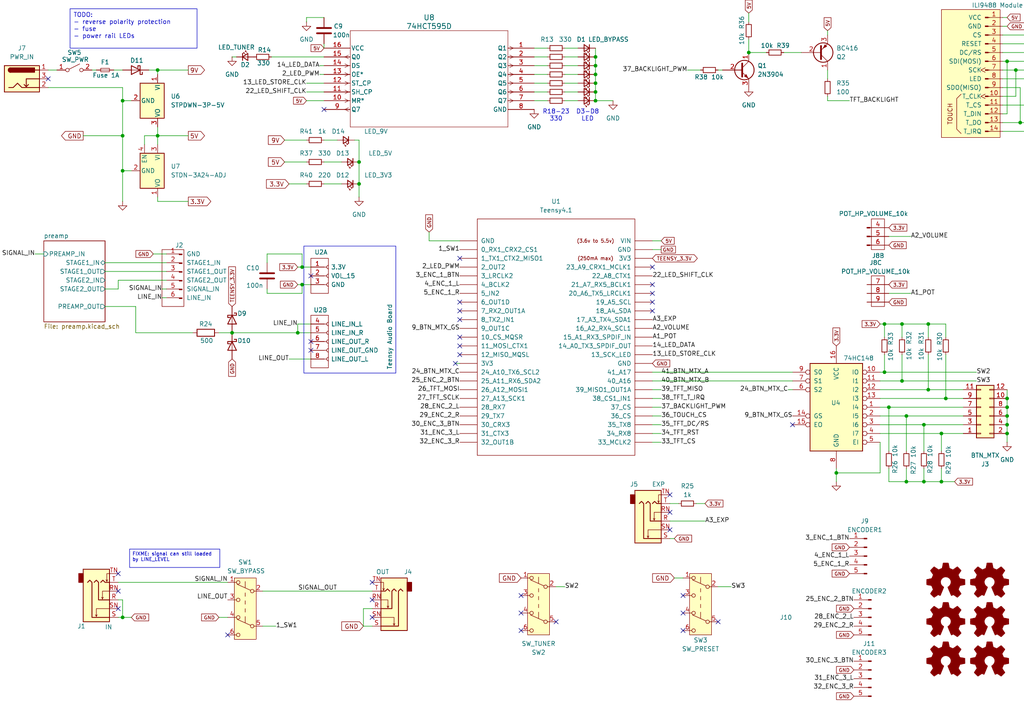
<source format=kicad_sch>
(kicad_sch (version 20231120) (generator "eeschema") (generator_version "8.0")
  (paper "A4")
  (junction (at 242.57 137.16))
  (junction (at 217.17 15.24))
  (junction (at 273.05 125.73))
  (junction (at 267.97 123.19))
  (junction (at 292.1 17.78))
  (junction (at 172.72 16.51))
  (junction (at 172.72 26.67))
  (junction (at 292.1 120.65))
  (junction (at 295.91 35.56))
  (junction (at 35.56 39.37))
  (junction (at 292.1 123.19))
  (junction (at 104.14 46.99))
  (junction (at 292.1 125.73))
  (junction (at 257.81 118.11))
  (junction (at 267.97 139.7))
  (junction (at 256.54 107.95))
  (junction (at 35.56 49.53))
  (junction (at 261.62 93.98))
  (junction (at 45.72 20.32))
  (junction (at 87.63 82.55))
  (junction (at 87.63 77.47))
  (junction (at 172.72 19.05))
  (junction (at 292.1 118.11))
  (junction (at 273.05 139.7))
  (junction (at 172.72 21.59))
  (junction (at 67.31 96.52))
  (junction (at 172.72 29.21))
  (junction (at 269.24 113.03))
  (junction (at 274.32 115.57))
  (junction (at 269.24 93.98))
  (junction (at 104.14 53.34))
  (junction (at 86.36 96.52))
  (junction (at 256.54 93.98))
  (junction (at 261.62 110.49))
  (junction (at 262.89 120.65))
  (junction (at 35.56 179.07))
  (junction (at 262.89 139.7))
  (junction (at 35.56 29.21))
  (junction (at 172.72 24.13))
  (junction (at 294.64 20.32))
  (junction (at 292.1 115.57))
  (junction (at 45.72 39.37))
  (no_connect (at 66.04 184.15))
  (no_connect (at 107.95 168.91))
  (no_connect (at 208.28 180.34))
  (no_connect (at 133.35 102.87))
  (no_connect (at 107.95 179.07))
  (no_connect (at 198.12 177.8))
  (no_connect (at 34.29 176.53))
  (no_connect (at 133.35 87.63))
  (no_connect (at 189.23 90.17))
  (no_connect (at 151.13 182.88))
  (no_connect (at 194.31 143.51))
  (no_connect (at 133.35 92.71))
  (no_connect (at 90.17 99.06))
  (no_connect (at 229.87 123.19))
  (no_connect (at 189.23 87.63))
  (no_connect (at 161.29 180.34))
  (no_connect (at 189.23 77.47))
  (no_connect (at 151.13 172.72))
  (no_connect (at 194.31 153.67))
  (no_connect (at 107.95 173.99))
  (no_connect (at 34.29 171.45))
  (no_connect (at 93.98 31.75))
  (no_connect (at 189.23 85.09))
  (no_connect (at 13.97 22.86))
  (no_connect (at 189.23 82.55))
  (no_connect (at 34.29 166.37))
  (no_connect (at 133.35 97.79))
  (no_connect (at 132.08 105.41))
  (no_connect (at 133.35 74.93))
  (no_connect (at 194.31 148.59))
  (no_connect (at 198.12 182.88))
  (no_connect (at 90.17 80.01))
  (no_connect (at 90.17 101.6))
  (no_connect (at 133.35 100.33))
  (no_connect (at 133.35 90.17))
  (no_connect (at 198.12 172.72))
  (no_connect (at 151.13 177.8))
  (wire (pts (xy 34.29 168.91) (xy 66.04 168.91)))
  (wire (pts (xy 86.36 93.98) (xy 90.17 93.98)))
  (wire (pts (xy 264.16 85.09) (xy 257.81 85.09)))
  (wire (pts (xy 34.29 81.28) (xy 48.26 81.28)))
  (wire (pts (xy 191.77 115.57) (xy 189.23 115.57)))
  (wire (pts (xy 88.9 5.08) (xy 93.98 5.08)))
  (wire (pts (xy 256.54 102.87) (xy 256.54 107.95)))
  (wire (pts (xy 274.32 97.79) (xy 274.32 93.98)))
  (wire (pts (xy 294.64 20.32) (xy 316.23 20.32)))
  (wire (pts (xy 43.18 20.32) (xy 45.72 20.32)))
  (wire (pts (xy 262.89 139.7) (xy 267.97 139.7)))
  (wire (pts (xy 102.87 40.64) (xy 104.14 40.64)))
  (wire (pts (xy 172.72 29.21) (xy 177.8 29.21)))
  (wire (pts (xy 295.91 25.4) (xy 295.91 35.56)))
  (wire (pts (xy 104.14 40.64) (xy 104.14 46.99)))
  (wire (pts (xy 194.31 146.05) (xy 196.85 146.05)))
  (wire (pts (xy 273.05 125.73) (xy 273.05 130.81)))
  (wire (pts (xy 208.28 20.32) (xy 209.55 20.32)))
  (wire (pts (xy 269.24 113.03) (xy 255.27 113.03)))
  (wire (pts (xy 35.56 29.21) (xy 38.1 29.21)))
  (wire (pts (xy 44.45 73.66) (xy 48.26 73.66)))
  (wire (pts (xy 299.72 10.16) (xy 290.83 10.16)))
  (wire (pts (xy 124.46 69.85) (xy 133.35 69.85)))
  (wire (pts (xy 86.36 93.98) (xy 86.36 96.52)))
  (wire (pts (xy 87.63 85.09) (xy 87.63 82.55)))
  (wire (pts (xy 39.37 88.9) (xy 30.48 88.9)))
  (wire (pts (xy 13.97 20.32) (xy 16.51 20.32)))
  (wire (pts (xy 274.32 93.98) (xy 269.24 93.98)))
  (wire (pts (xy 292.1 120.65) (xy 292.1 123.19)))
  (wire (pts (xy 163.83 21.59) (xy 167.64 21.59)))
  (wire (pts (xy 41.91 39.37) (xy 41.91 41.91)))
  (wire (pts (xy 12.7 73.66) (xy 10.16 73.66)))
  (wire (pts (xy 189.23 107.95) (xy 229.87 107.95)))
  (wire (pts (xy 88.9 26.67) (xy 93.98 26.67)))
  (wire (pts (xy 292.1 118.11) (xy 292.1 120.65)))
  (wire (pts (xy 255.27 120.65) (xy 262.89 120.65)))
  (wire (pts (xy 292.1 7.62) (xy 290.83 7.62)))
  (wire (pts (xy 77.47 73.66) (xy 77.47 76.2)))
  (wire (pts (xy 292.1 125.73) (xy 292.1 128.27)))
  (wire (pts (xy 290.83 17.78) (xy 292.1 17.78)))
  (wire (pts (xy 195.58 167.64) (xy 198.12 167.64)))
  (wire (pts (xy 240.03 22.86) (xy 240.03 20.32)))
  (wire (pts (xy 217.17 15.24) (xy 222.25 15.24)))
  (wire (pts (xy 78.74 16.51) (xy 93.98 16.51)))
  (wire (pts (xy 290.83 27.94) (xy 294.64 27.94)))
  (wire (pts (xy 41.91 39.37) (xy 45.72 39.37)))
  (wire (pts (xy 172.72 19.05) (xy 172.72 21.59)))
  (wire (pts (xy 299.72 38.1) (xy 290.83 38.1)))
  (wire (pts (xy 201.93 146.05) (xy 204.47 146.05)))
  (wire (pts (xy 63.5 96.52) (xy 67.31 96.52)))
  (wire (pts (xy 45.72 39.37) (xy 45.72 36.83)))
  (wire (pts (xy 191.77 125.73) (xy 189.23 125.73)))
  (wire (pts (xy 262.89 120.65) (xy 262.89 130.81)))
  (wire (pts (xy 212.09 170.18) (xy 208.28 170.18)))
  (wire (pts (xy 86.36 77.47) (xy 87.63 77.47)))
  (wire (pts (xy 54.61 39.37) (xy 45.72 39.37)))
  (wire (pts (xy 257.81 118.11) (xy 255.27 118.11)))
  (wire (pts (xy 92.71 21.59) (xy 93.98 21.59)))
  (wire (pts (xy 13.97 25.4) (xy 35.56 25.4)))
  (wire (pts (xy 257.81 68.58) (xy 264.16 68.58)))
  (wire (pts (xy 323.85 35.56) (xy 328.93 35.56)))
  (wire (pts (xy 104.14 53.34) (xy 104.14 57.15)))
  (wire (pts (xy 45.72 58.42) (xy 45.72 57.15)))
  (wire (pts (xy 80.01 181.61) (xy 76.2 181.61)))
  (wire (pts (xy 154.94 13.97) (xy 158.75 13.97)))
  (wire (pts (xy 163.83 16.51) (xy 167.64 16.51)))
  (wire (pts (xy 227.33 15.24) (xy 232.41 15.24)))
  (wire (pts (xy 45.72 39.37) (xy 45.72 41.91)))
  (wire (pts (xy 35.56 39.37) (xy 35.56 29.21)))
  (wire (pts (xy 67.31 96.52) (xy 86.36 96.52)))
  (wire (pts (xy 217.17 11.43) (xy 217.17 15.24)))
  (wire (pts (xy 256.54 93.98) (xy 261.62 93.98)))
  (wire (pts (xy 191.77 128.27) (xy 189.23 128.27)))
  (wire (pts (xy 255.27 128.27) (xy 255.27 137.16)))
  (wire (pts (xy 88.9 5.08) (xy 88.9 6.35)))
  (wire (pts (xy 242.57 137.16) (xy 242.57 139.7)))
  (wire (pts (xy 189.23 110.49) (xy 229.87 110.49)))
  (wire (pts (xy 35.56 39.37) (xy 24.13 39.37)))
  (wire (pts (xy 267.97 139.7) (xy 273.05 139.7)))
  (wire (pts (xy 163.83 24.13) (xy 167.64 24.13)))
  (wire (pts (xy 83.82 53.34) (xy 88.9 53.34)))
  (wire (pts (xy 35.56 173.99) (xy 35.56 179.07)))
  (wire (pts (xy 105.41 176.53) (xy 105.41 181.61)))
  (wire (pts (xy 39.37 96.52) (xy 55.88 96.52)))
  (wire (pts (xy 45.72 20.32) (xy 54.61 20.32)))
  (wire (pts (xy 273.05 139.7) (xy 273.05 135.89)))
  (wire (pts (xy 240.03 29.21) (xy 246.38 29.21)))
  (wire (pts (xy 292.1 17.78) (xy 316.23 17.78)))
  (wire (pts (xy 163.83 19.05) (xy 167.64 19.05)))
  (wire (pts (xy 154.94 16.51) (xy 158.75 16.51)))
  (wire (pts (xy 35.56 25.4) (xy 35.56 29.21)))
  (wire (pts (xy 88.9 29.21) (xy 93.98 29.21)))
  (wire (pts (xy 161.29 170.18) (xy 163.83 170.18)))
  (wire (pts (xy 267.97 123.19) (xy 255.27 123.19)))
  (wire (pts (xy 172.72 13.97) (xy 172.72 16.51)))
  (wire (pts (xy 240.03 27.94) (xy 240.03 29.21)))
  (wire (pts (xy 83.82 104.14) (xy 90.17 104.14)))
  (wire (pts (xy 217.17 3.81) (xy 217.17 6.35)))
  (wire (pts (xy 163.83 29.21) (xy 167.64 29.21)))
  (wire (pts (xy 154.94 19.05) (xy 158.75 19.05)))
  (wire (pts (xy 279.4 113.03) (xy 269.24 113.03)))
  (wire (pts (xy 35.56 49.53) (xy 38.1 49.53)))
  (wire (pts (xy 158.75 21.59) (xy 154.94 21.59)))
  (wire (pts (xy 87.63 73.66) (xy 87.63 77.47)))
  (wire (pts (xy 107.95 176.53) (xy 105.41 176.53)))
  (wire (pts (xy 290.83 35.56) (xy 295.91 35.56)))
  (wire (pts (xy 323.85 17.78) (xy 328.93 17.78)))
  (wire (pts (xy 191.77 123.19) (xy 189.23 123.19)))
  (wire (pts (xy 290.83 20.32) (xy 294.64 20.32)))
  (wire (pts (xy 63.5 179.07) (xy 66.04 179.07)))
  (wire (pts (xy 163.83 26.67) (xy 167.64 26.67)))
  (wire (pts (xy 77.47 85.09) (xy 77.47 83.82)))
  (wire (pts (xy 269.24 113.03) (xy 269.24 102.87)))
  (wire (pts (xy 267.97 123.19) (xy 267.97 130.81)))
  (wire (pts (xy 35.56 179.07) (xy 34.29 179.07)))
  (wire (pts (xy 228.6 113.03) (xy 229.87 113.03)))
  (wire (pts (xy 93.98 40.64) (xy 97.79 40.64)))
  (wire (pts (xy 257.81 139.7) (xy 262.89 139.7)))
  (wire (pts (xy 93.98 53.34) (xy 99.06 53.34)))
  (wire (pts (xy 274.32 115.57) (xy 255.27 115.57)))
  (wire (pts (xy 279.4 118.11) (xy 257.81 118.11)))
  (wire (pts (xy 158.75 24.13) (xy 154.94 24.13)))
  (wire (pts (xy 292.1 113.03) (xy 292.1 115.57)))
  (wire (pts (xy 34.29 83.82) (xy 34.29 81.28)))
  (wire (pts (xy 295.91 35.56) (xy 316.23 35.56)))
  (wire (pts (xy 77.47 85.09) (xy 87.63 85.09)))
  (wire (pts (xy 93.98 46.99) (xy 99.06 46.99)))
  (wire (pts (xy 299.72 12.7) (xy 290.83 12.7)))
  (wire (pts (xy 77.47 73.66) (xy 87.63 73.66)))
  (wire (pts (xy 93.98 12.7) (xy 93.98 13.97)))
  (wire (pts (xy 323.85 20.32) (xy 328.93 20.32)))
  (wire (pts (xy 255.27 107.95) (xy 256.54 107.95)))
  (wire (pts (xy 290.83 25.4) (xy 295.91 25.4)))
  (wire (pts (xy 154.94 29.21) (xy 158.75 29.21)))
  (wire (pts (xy 54.61 58.42) (xy 45.72 58.42)))
  (wire (pts (xy 167.64 13.97) (xy 163.83 13.97)))
  (wire (pts (xy 290.83 5.08) (xy 292.1 5.08)))
  (wire (pts (xy 292.1 123.19) (xy 292.1 125.73)))
  (wire (pts (xy 290.83 33.02) (xy 292.1 33.02)))
  (wire (pts (xy 261.62 110.49) (xy 283.21 110.49)))
  (wire (pts (xy 82.55 46.99) (xy 88.9 46.99)))
  (wire (pts (xy 67.31 16.51) (xy 68.58 16.51)))
  (wire (pts (xy 294.64 20.32) (xy 294.64 27.94)))
  (wire (pts (xy 86.36 82.55) (xy 87.63 82.55)))
  (wire (pts (xy 191.77 120.65) (xy 189.23 120.65)))
  (wire (pts (xy 273.05 125.73) (xy 255.27 125.73)))
  (wire (pts (xy 257.81 118.11) (xy 257.81 130.81)))
  (wire (pts (xy 172.72 21.59) (xy 172.72 24.13)))
  (wire (pts (xy 30.48 76.2) (xy 48.26 76.2)))
  (wire (pts (xy 242.57 137.16) (xy 255.27 137.16)))
  (wire (pts (xy 38.1 179.07) (xy 35.56 179.07)))
  (wire (pts (xy 279.4 123.19) (xy 267.97 123.19)))
  (wire (pts (xy 124.46 67.31) (xy 124.46 69.85)))
  (wire (pts (xy 262.89 139.7) (xy 262.89 135.89)))
  (wire (pts (xy 292.1 115.57) (xy 292.1 118.11)))
  (wire (pts (xy 46.99 86.36) (xy 48.26 86.36)))
  (wire (pts (xy 255.27 93.98) (xy 256.54 93.98)))
  (wire (pts (xy 290.83 22.86) (xy 299.72 22.86)))
  (wire (pts (xy 273.05 139.7) (xy 276.86 139.7)))
  (wire (pts (xy 269.24 93.98) (xy 269.24 97.79)))
  (wire (pts (xy 299.72 15.24) (xy 290.83 15.24)))
  (wire (pts (xy 189.23 72.39) (xy 191.77 72.39)))
  (wire (pts (xy 257.81 135.89) (xy 257.81 139.7)))
  (wire (pts (xy 172.72 24.13) (xy 172.72 26.67)))
  (wire (pts (xy 191.77 69.85) (xy 189.23 69.85)))
  (wire (pts (xy 299.72 30.48) (xy 290.83 30.48)))
  (wire (pts (xy 107.95 181.61) (xy 105.41 181.61)))
  (wire (pts (xy 34.29 173.99) (xy 35.56 173.99)))
  (wire (pts (xy 261.62 102.87) (xy 261.62 110.49)))
  (wire (pts (xy 191.77 113.03) (xy 189.23 113.03)))
  (wire (pts (xy 154.94 26.67) (xy 158.75 26.67)))
  (wire (pts (xy 87.63 77.47) (xy 90.17 77.47)))
  (wire (pts (xy 262.89 120.65) (xy 279.4 120.65)))
  (wire (pts (xy 199.39 20.32) (xy 203.2 20.32)))
  (wire (pts (xy 39.37 88.9) (xy 39.37 96.52)))
  (wire (pts (xy 35.56 58.42) (xy 35.56 49.53)))
  (wire (pts (xy 256.54 107.95) (xy 283.21 107.95)))
  (wire (pts (xy 292.1 17.78) (xy 292.1 33.02)))
  (wire (pts (xy 279.4 115.57) (xy 274.32 115.57)))
  (wire (pts (xy 256.54 93.98) (xy 256.54 97.79)))
  (wire (pts (xy 92.71 19.05) (xy 93.98 19.05)))
  (wire (pts (xy 35.56 20.32) (xy 33.02 20.32)))
  (wire (pts (xy 172.72 26.67) (xy 172.72 29.21)))
  (wire (pts (xy 194.31 156.21) (xy 195.58 156.21)))
  (wire (pts (xy 26.67 20.32) (xy 27.94 20.32)))
  (wire (pts (xy 194.31 151.13) (xy 204.47 151.13)))
  (wire (pts (xy 30.48 78.74) (xy 48.26 78.74)))
  (wire (pts (xy 261.62 93.98) (xy 269.24 93.98)))
  (wire (pts (xy 274.32 115.57) (xy 274.32 102.87)))
  (wire (pts (xy 35.56 39.37) (xy 35.56 49.53)))
  (wire (pts (xy 261.62 93.98) (xy 261.62 97.79)))
  (wire (pts (xy 172.72 16.51) (xy 172.72 19.05)))
  (wire (pts (xy 104.14 46.99) (xy 104.14 53.34)))
  (wire (pts (xy 46.99 83.82) (xy 48.26 83.82)))
  (wire (pts (xy 82.55 40.64) (xy 88.9 40.64)))
  (wire (pts (xy 86.36 96.52) (xy 90.17 96.52)))
  (wire (pts (xy 30.48 83.82) (xy 34.29 83.82)))
  (wire (pts (xy 267.97 135.89) (xy 267.97 139.7)))
  (wire (pts (xy 279.4 125.73) (xy 273.05 125.73)))
  (wire (pts (xy 76.2 171.45) (xy 107.95 171.45)))
  (wire (pts (xy 132.08 105.41) (xy 133.35 105.41)))
  (wire (pts (xy 191.77 118.11) (xy 189.23 118.11)))
  (wire (pts (xy 242.57 135.89) (xy 242.57 137.16)))
  (wire (pts (xy 255.27 110.49) (xy 261.62 110.49)))
  (wire (pts (xy 240.03 8.89) (xy 240.03 10.16)))
  (wire (pts (xy 87.63 82.55) (xy 90.17 82.55)))
  (wire (pts (xy 88.9 24.13) (xy 93.98 24.13)))
  (wire (pts (xy 45.72 20.32) (xy 45.72 21.59)))
  (rectangle (start 88.138 71.374) (end 114.808 108.204))
  (text_box "TODO: \n- reverse polarity protection\n- fuse\n- power rail LEDs\n\n" (at 20.32 2.54 0) (size 36.83 11.43) (effects (font (size 1.27 1.27)) (justify left top)))
  (text_box "Resistors to slow the high frequency transients on SPI lines - value needs tuning/testing" (at 318.262 6.858 0) (size 27.94 4.826) (effects (font (size 0.762 0.762)) (justify left top)))
  (text_box "FIXME: signal can still loaded by LINE_LEVEL" (at 37.592 159.258 0) (size 26.162 5.334) (effects (font (size 1 1)) (justify left top)))
  (text "D3-D8\nLED" (at 170.434 33.528 0) (effects (font (size 1.27 1.27))))
  (text "R18-23\n330\n" (at 161.29 33.528 0) (effects (font (size 1.27 1.27))))
  (label "LINE_IN" (at 46.99 86.36 180))
  (label "26_TFT_MOSI" (at 328.93 17.78 0))
  (label "3_ENC_1_BTN" (at 133.35 80.01 180))
  (label "5_ENC_1_R" (at 133.35 85.09 180))
  (label "32_ENC_3_R" (at 247.65 199.39 180))
  (label "40_BTN_MTX_B" (at 191.77 110.49 0))
  (label "30_ENC_3_BTN" (at 133.35 123.19 180))
  (label "39_TFT_MISO" (at 191.77 113.03 0))
  (label "31_ENC_3_L" (at 247.65 196.85 180))
  (label "35_TFT_DC{slash}RS" (at 191.77 123.19 0))
  (label "TFT_BACKLIGHT" (at 299.72 22.86 0))
  (label "36_TOUCH_CS" (at 191.77 120.65 0))
  (label "37_BACKLIGHT_PWM" (at 191.77 118.11 0))
  (label "A2_VOLUME" (at 189.23 95.25 0))
  (label "4_ENC_1_L" (at 133.35 82.55 180))
  (label "39_TFT_MISO" (at 328.93 35.56 0))
  (label "3_ENC_1_BTN" (at 246.38 156.21 180))
  (label "SIGNAL_IN" (at 66.04 168.91 180))
  (label "37_BACKLIGHT_PWM" (at 199.39 20.32 180))
  (label "27_TFT_SCLK" (at 328.93 20.32 0))
  (label "A3_EXP" (at 204.47 151.13 0))
  (label "2_LED_PWM" (at 92.71 21.59 180))
  (label "1_SW1" (at 80.01 181.61 0))
  (label "SW2" (at 163.83 170.18 0))
  (label "SIGNAL_OUT" (at 97.79 171.45 180))
  (label "2_LED_PWM" (at 133.35 77.47 180))
  (label "LINE_OUT" (at 83.82 104.14 180))
  (label "38_TFT_T_IRQ" (at 191.77 115.57 0))
  (label "36_TOUCH_CS" (at 299.72 30.48 0))
  (label "4_ENC_1_L" (at 246.38 161.29 180))
  (label "A2_VOLUME" (at 264.16 68.58 0))
  (label "SW3" (at 212.09 170.18 0))
  (label "41_BTN_MTX_A" (at 191.77 107.95 0))
  (label "14_LED_DATA" (at 189.23 100.33 0))
  (label "31_ENC_3_L" (at 133.35 125.73 180))
  (label "33_TFT_CS" (at 191.77 128.27 0))
  (label "34_TFT_RST" (at 191.77 125.73 0))
  (label "A1_POT" (at 189.23 97.79 0))
  (label "1_SW1" (at 133.35 72.39 180))
  (label "A3_EXP" (at 189.23 92.71 0))
  (label "9_BTN_MTX_GS" (at 229.87 120.65 180))
  (label "32_ENC_3_R" (at 133.35 128.27 180))
  (label "33_TFT_CS" (at 299.72 10.16 0))
  (label "14_LED_DATA" (at 92.71 19.05 180))
  (label "SIGNAL_IN" (at 46.99 83.82 180))
  (label "24_BTN_MTX_C" (at 133.35 107.95 180))
  (label "13_LED_STORE_CLK" (at 88.9 24.13 180))
  (label "LINE_IN" (at 86.36 93.98 180))
  (label "TFT_BACKLIGHT" (at 246.38 29.21 0))
  (label "34_TFT_RST" (at 299.72 12.7 0))
  (label "9_BTN_MTX_GS" (at 133.35 95.25 180))
  (label "SIGNAL_IN" (at 10.16 73.66 180))
  (label "A1_POT" (at 264.16 85.09 0))
  (label "28_ENC_2_L" (at 133.35 118.11 180))
  (label "26_TFT_MOSI" (at 133.35 113.03 180))
  (label "25_ENC_2_BTN" (at 247.65 173.99 180))
  (label "27_TFT_SCLK" (at 133.35 115.57 180))
  (label "22_LED_SHIFT_CLK" (at 189.23 80.01 0))
  (label "38_TFT_T_IRQ" (at 299.72 38.1 0))
  (label "29_ENC_2_R" (at 133.35 120.65 180))
  (label "22_LED_SHIFT_CLK" (at 88.9 26.67 180))
  (label "25_ENC_2_BTN" (at 133.35 110.49 180))
  (label "SW2" (at 283.21 107.95 0))
  (label "29_ENC_2_R" (at 247.65 181.61 180))
  (label "35_TFT_DC{slash}RS" (at 299.72 15.24 0))
  (label "13_LED_STORE_CLK" (at 189.23 102.87 0))
  (label "28_ENC_2_L" (at 247.65 179.07 180))
  (label "LINE_OUT" (at 66.04 173.99 180))
  (label "5_ENC_1_R" (at 246.38 163.83 180))
  (label "24_BTN_MTX_C" (at 228.6 113.03 180))
  (label "30_ENC_3_BTN" (at 247.65 191.77 180))
  (label "SW3" (at 283.21 110.49 0))
  (global_label "GND" (shape input) (at 151.13 167.64 180) (property "Intersheetrefs" "${INTERSHEET_REFS}" (effects (hide yes))))
  (global_label "GND" (shape input) (at 257.81 87.63 0) (effects (font (size 1.016 1.016))) (property "Intersheetrefs" "${INTERSHEET_REFS}" (effects (hide yes))))
  (global_label "GND" (shape input) (at 292.1 7.62 0) (effects (font (size 1.016 1.016))) (property "Intersheetrefs" "${INTERSHEET_REFS}" (effects (hide yes))))
  (global_label "GND" (shape input) (at 247.65 184.15 180) (effects (font (size 1.016 1.016))) (property "Intersheetrefs" "${INTERSHEET_REFS}" (effects (hide yes))))
  (global_label "GND" (shape input) (at 247.65 194.31 180) (effects (font (size 1.016 1.016))) (property "Intersheetrefs" "${INTERSHEET_REFS}" (effects (hide yes))))
  (global_label "GND" (shape input) (at 246.38 158.75 180) (effects (font (size 1.016 1.016))) (property "Intersheetrefs" "${INTERSHEET_REFS}" (effects (hide yes))))
  (global_label "3.3V" (shape input) (at 242.57 100.33 90) (effects (font (size 1.016 1.016))) (property "Intersheetrefs" "${INTERSHEET_REFS}" (effects (hide yes))))
  (global_label "5V" (shape input) (at 292.1 5.08 0) (effects (font (size 1.016 1.016))) (property "Intersheetrefs" "${INTERSHEET_REFS}" (effects (hide yes))))
  (global_label "3.3V" (shape output) (at 54.61 58.42 0) (property "Intersheetrefs" "${INTERSHEET_REFS}" (effects (hide yes))))
  (global_label "GND" (shape input) (at 247.65 176.53 180) (effects (font (size 1.016 1.016))) (property "Intersheetrefs" "${INTERSHEET_REFS}" (effects (hide yes))))
  (global_label "GND" (shape input) (at 195.58 156.21 0) (effects (font (size 1.016 1.016))) (property "Intersheetrefs" "${INTERSHEET_REFS}" (effects (hide yes))))
  (global_label "TEENSY_3.3V" (shape bidirectional) (at 189.23 74.93 0) (effects (font (size 1.0668 1.0668))) (property "Intersheetrefs" "${INTERSHEET_REFS}" (effects (hide yes))))
  (global_label "3.3V" (shape input) (at 204.47 146.05 0) (effects (font (size 1.016 1.016))) (property "Intersheetrefs" "${INTERSHEET_REFS}" (effects (hide yes))))
  (global_label "GND" (shape input) (at 44.45 73.66 180) (effects (font (size 1.016 1.016))) (property "Intersheetrefs" "${INTERSHEET_REFS}" (effects (hide yes))))
  (global_label "3.3V" (shape input) (at 257.81 66.04 0) (effects (font (size 1.016 1.016))) (property "Intersheetrefs" "${INTERSHEET_REFS}" (effects (hide yes))))
  (global_label "5V" (shape input) (at 82.55 46.99 180) (property "Intersheetrefs" "${INTERSHEET_REFS}" (effects (hide yes))))
  (global_label "9V" (shape output) (at 54.61 20.32 0) (property "Intersheetrefs" "${INTERSHEET_REFS}" (effects (hide yes))))
  (global_label "TEENSY_3.3V" (shape input) (at 67.31 88.9 90) (effects (font (size 1.016 1.016))) (property "Intersheetrefs" "${INTERSHEET_REFS}" (effects (hide yes))))
  (global_label "GND" (shape input) (at 257.81 71.12 0) (effects (font (size 1.016 1.016))) (property "Intersheetrefs" "${INTERSHEET_REFS}" (effects (hide yes))))
  (global_label "GND" (shape input) (at 189.23 105.41 0) (effects (font (size 1.016 1.016))) (property "Intersheetrefs" "${INTERSHEET_REFS}" (effects (hide yes))))
  (global_label "GND" (shape output) (at 24.13 39.37 180) (property "Intersheetrefs" "${INTERSHEET_REFS}" (effects (hide yes))))
  (global_label "GND" (shape input) (at 63.5 179.07 180) (effects (font (size 1.016 1.016))) (property "Intersheetrefs" "${INTERSHEET_REFS}" (effects (hide yes))))
  (global_label "3.3V" (shape input) (at 255.27 93.98 180) (effects (font (size 1.016 1.016))) (property "Intersheetrefs" "${INTERSHEET_REFS}" (effects (hide yes))))
  (global_label "5V" (shape input) (at 240.03 8.89 90) (effects (font (size 1.016 1.016))) (property "Intersheetrefs" "${INTERSHEET_REFS}" (effects (hide yes))))
  (global_label "3.3V" (shape input) (at 86.36 77.47 180) (effects (font (size 1.016 1.016))) (property "Intersheetrefs" "${INTERSHEET_REFS}" (effects (hide yes))))
  (global_label "GND" (shape input) (at 124.46 67.31 90) (effects (font (size 1.016 1.016))) (property "Intersheetrefs" "${INTERSHEET_REFS}" (effects (hide yes))))
  (global_label "GND" (shape input) (at 67.31 104.14 270) (effects (font (size 1.016 1.016))) (property "Intersheetrefs" "${INTERSHEET_REFS}" (effects (hide yes))))
  (global_label "5V" (shape input) (at 191.77 69.85 0) (effects (font (size 1.016 1.016))) (property "Intersheetrefs" "${INTERSHEET_REFS}" (effects (hide yes))))
  (global_label "5V" (shape input) (at 93.98 13.97 180) (effects (font (size 1.016 1.016))) (property "Intersheetrefs" "${INTERSHEET_REFS}" (effects (hide yes))))
  (global_label "GND" (shape input) (at 247.65 201.93 180) (effects (font (size 1.016 1.016))) (property "Intersheetrefs" "${INTERSHEET_REFS}" (effects (hide yes))))
  (global_label "GND" (shape input) (at 105.41 181.61 180) (property "Intersheetrefs" "${INTERSHEET_REFS}" (effects (hide yes))))
  (global_label "GND" (shape input) (at 38.1 179.07 0) (effects (font (size 1.016 1.016))) (property "Intersheetrefs" "${INTERSHEET_REFS}" (effects (hide yes))))
  (global_label "GND" (shape input) (at 195.58 167.64 180) (property "Intersheetrefs" "${INTERSHEET_REFS}" (effects (hide yes))))
  (global_label "9V" (shape input) (at 82.55 40.64 180) (property "Intersheetrefs" "${INTERSHEET_REFS}" (effects (hide yes))))
  (global_label "5V" (shape input) (at 217.17 3.81 90) (effects (font (size 1.016 1.016))) (property "Intersheetrefs" "${INTERSHEET_REFS}" (effects (hide yes))))
  (global_label "3.3V" (shape input) (at 276.86 139.7 0) (effects (font (size 1.016 1.016))) (property "Intersheetrefs" "${INTERSHEET_REFS}" (effects (hide yes))))
  (global_label "5V" (shape input) (at 88.9 29.21 180) (effects (font (size 1.016 1.016))) (property "Intersheetrefs" "${INTERSHEET_REFS}" (effects (hide yes))))
  (global_label "GND" (shape input) (at 246.38 166.37 180) (effects (font (size 1.016 1.016))) (property "Intersheetrefs" "${INTERSHEET_REFS}" (effects (hide yes))))
  (global_label "3.3V" (shape input) (at 257.81 82.55 0) (effects (font (size 1.016 1.016))) (property "Intersheetrefs" "${INTERSHEET_REFS}" (effects (hide yes))))
  (global_label "5V" (shape output) (at 54.61 39.37 0) (property "Intersheetrefs" "${INTERSHEET_REFS}" (effects (hide yes))))
  (global_label "GND" (shape passive) (at 191.77 72.39 0) (effects (font (size 1.016 1.016))) (property "Intersheetrefs" "${INTERSHEET_REFS}" (effects (hide yes))))
  (global_label "3.3V" (shape input) (at 83.82 53.34 180) (property "Intersheetrefs" "${INTERSHEET_REFS}" (effects (hide yes))))
  (global_label "GND" (shape input) (at 86.36 82.55 180) (effects (font (size 1.016 1.016))) (property "Intersheetrefs" "${INTERSHEET_REFS}" (effects (hide yes))))
  (symbol (lib_id "Device:D_Schottky") (at 39.37 20.32 180) (unit 1)
    (property "Reference" "D11" (at 41.656 17.526 0) (effects (justify left)))
    (property "Value" "D_Schottky" (effects (hide yes)))
    (property "Footprint" "Diode_THT:D_DO-41_SOD81_P10.16mm_Horizontal" (effects (hide yes)))
    (property "Description" "Schottky diode" (effects (hide yes)))
  )
  (symbol (lib_id "Connector:Conn_01x05_Pin") (at 252.73 196.85 0) (mirror y) (unit 1)
    (property "Reference" "J11" (at 252.095 186.69 0))
    (property "Value" "ENCODER3" (at 252.095 189.23 0))
    (property "Footprint" "Connector_PinHeader_2.54mm:PinHeader_1x05_P2.54mm_Vertical" (effects (hide yes)))
    (property "Description" "Generic connector, single row, 01x05, script generated" (effects (hide yes)))
  )
  (symbol (lib_id "mcguitarpedal:Teensy_Audio_Board_Secondary_Sockets") (at 95.25 82.55 0) (unit 1)
    (property "Reference" "U2" (at 91.186 73.152 0) (effects (justify left)))
    (property "Value" "Teensy Audio Board" (at 113.03 107.188 90) (effects (justify left)))
    (property "Footprint" "mcguitarpedal:4.0audioshield" (effects (hide yes)))
    (property "Description" "Teensy Audio Board LINE and VOL connectors" (effects (hide yes)))
  )
  (symbol (lib_id "Device:LED_Small") (at 71.12 16.51 0) (unit 1)
    (property "Reference" "D2" (at 71.12 18.796 0))
    (property "Value" "LED_TUNER" (at 68.58 13.716 0))
    (property "Footprint" "LED_THT:LED_D5.0mm" (effects (hide yes)))
    (property "Description" "Light emitting diode, small symbol" (effects (hide yes)))
  )
  (symbol (lib_id "Device:R_Small") (at 76.2 16.51 270) (mirror x) (unit 1)
    (property "Reference" "R14" (at 76.708 14.478 90))
    (property "Value" "330" (at 76.454 18.288 90))
    (property "Footprint" "Resistor_SMD:R_1206_3216Metric_Pad1.30x1.75mm_HandSolder" (effects (hide yes)))
    (property "Description" "Resistor, small symbol" (effects (hide yes)))
  )
  (symbol (lib_id "Device:R_Small") (at 256.54 100.33 0) (mirror y) (unit 1)
    (property "Reference" "R33" (at 258.318 96.266 90) (effects (justify right)))
    (property "Value" "10k" (at 258.318 101.092 90) (effects (justify right)))
    (property "Footprint" "Resistor_SMD:R_1206_3216Metric_Pad1.30x1.75mm_HandSolder" (effects (hide yes)))
    (property "Description" "Resistor, small symbol" (effects (hide yes)))
  )
  (symbol (lib_id "Device:R") (at 320.04 17.78 90) (unit 1)
    (property "Reference" "R15" (at 320.04 14.732 90))
    (property "Value" "50" (at 320.04 17.78 90))
    (property "Footprint" "Resistor_SMD:R_1206_3216Metric_Pad1.30x1.75mm_HandSolder" (effects (hide yes)))
    (property "Description" "Resistor" (effects (hide yes)))
  )
  (symbol (lib_id "Device:R_Small") (at 91.44 46.99 270) (unit 1)
    (property "Reference" "R37" (at 86.868 44.45 90) (effects (justify left)))
    (property "Value" "330" (at 92.202 44.45 90) (effects (justify left)))
    (property "Footprint" "Resistor_SMD:R_1206_3216Metric_Pad1.30x1.75mm_HandSolder" (effects (hide yes)))
    (property "Description" "Resistor, small symbol" (effects (hide yes)))
  )
  (symbol (lib_id "Device:R") (at 320.04 20.32 90) (unit 1)
    (property "Reference" "R16" (at 319.786 22.86 90))
    (property "Value" "50" (at 320.04 20.32 90))
    (property "Footprint" "Resistor_SMD:R_1206_3216Metric_Pad1.30x1.75mm_HandSolder" (effects (hide yes)))
    (property "Description" "Resistor" (effects (hide yes)))
  )
  (symbol (lib_id "Device:LED_Small") (at 101.6 53.34 180) (unit 1)
    (property "Reference" "D12" (at 101.346 50.8 0) (effects (justify left)))
    (property "Value" "LED_3V3" (at 113.792 50.8 0) (effects (justify left)))
    (property "Footprint" "mcguitarpedal:LED_D3.0mm" (effects (hide yes)))
    (property "Description" "Light emitting diode, small symbol" (effects (hide yes)))
  )
  (symbol (lib_id "Switch:SW_Push_DPDT") (at 156.21 175.26 0) (mirror y) (unit 1)
    (property "Reference" "SW2" (at 156.21 189.23 0))
    (property "Value" "SW_TUNER" (at 156.21 186.69 0))
    (property "Footprint" "mcguitarpedal:SW_PUSH_DPDT" (effects (hide yes)))
    (property "Description" "Momentary Switch, dual pole double throw" (effects (hide yes)))
  )
  (symbol (lib_id "Graphic:Logo_Open_Hardware_Small") (at 287.02 191.77 0) (unit 1) (exclude_from_sim yes) (in_bom no)
    (property "Reference" "POT3" (effects (hide yes)))
    (property "Value" "Logo_Open_Hardware_Small" (effects (hide yes)))
    (property "Footprint" "mcguitarpedal:Floating Potentiometer" (effects (hide yes)))
    (property "Description" "Open Hardware logo, small" (effects (hide yes)))
  )
  (symbol (lib_id "Device:Fuse_Small") (at 30.48 20.32 0) (unit 1)
    (property "Reference" "F1" (at 30.48 18.034 0))
    (property "Value" "Fuse 1A" (at 30.734 21.844 0))
    (property "Footprint" "Fuse:Fuse_Littelfuse_395Series" (effects (hide yes)))
    (property "Description" "Fuse, small symbol" (effects (hide yes)))
  )
  (symbol (lib_id "Device:R_Small") (at 91.44 40.64 270) (unit 1)
    (property "Reference" "R41" (at 86.868 38.1 90) (effects (justify left)))
    (property "Value" "1k" (at 92.202 38.1 90) (effects (justify left)))
    (property "Footprint" "Resistor_THT:R_Axial_DIN0207_L6.3mm_D2.5mm_P7.62mm_Horizontal" (effects (hide yes)))
    (property "Description" "Resistor, small symbol" (effects (hide yes)))
  )
  (symbol (lib_id "Device:R_Small") (at 161.29 29.21 90) (mirror x) (unit 1)
    (property "Reference" "R18" (effects (hide yes)))
    (property "Value" "330" (effects (hide yes)))
    (property "Footprint" "Resistor_SMD:R_1206_3216Metric_Pad1.30x1.75mm_HandSolder" (effects (hide yes)))
    (property "Description" "Resistor, small symbol" (effects (hide yes)))
  )
  (symbol (lib_name "3x2_Headers_1") (lib_id "mcguitarpedal:3x2_Headers") (at 251.46 83.82 0) (unit 3)
    (property "Reference" "J8" (at 254 76.2 0))
    (property "Value" "POT_HP_VOLUME_10k" (at 254 78.74 0))
    (property "Footprint" "mcguitarpedal:POTS_HEADER" (effects (hide yes)))
  )
  (symbol (lib_id "Device:R") (at 320.04 35.56 90) (unit 1)
    (property "Reference" "R17" (at 319.786 38.1 90))
    (property "Value" "50" (at 320.04 35.56 90))
    (property "Footprint" "Resistor_SMD:R_1206_3216Metric_Pad1.30x1.75mm_HandSolder" (effects (hide yes)))
    (property "Description" "Resistor" (effects (hide yes)))
  )
  (symbol (lib_id "Device:R_Small") (at 205.74 20.32 90) (unit 1)
    (property "Reference" "R38" (at 201.422 22.352 90) (effects (justify right)))
    (property "Value" "10k" (at 206.248 22.352 90) (effects (justify right)))
    (property "Footprint" "Resistor_SMD:R_1206_3216Metric_Pad1.30x1.75mm_HandSolder" (effects (hide yes)))
    (property "Description" "Resistor, small symbol" (effects (hide yes)))
  )
  (symbol (lib_id "Device:R_Small") (at 262.89 133.35 180) (unit 1)
    (property "Reference" "R27" (at 264.922 137.668 90) (effects (justify right)))
    (property "Value" "10k" (at 264.922 132.842 90) (effects (justify right)))
    (property "Footprint" "Resistor_SMD:R_1206_3216Metric_Pad1.30x1.75mm_HandSolder" (effects (hide yes)))
    (property "Description" "Resistor, small symbol" (effects (hide yes)))
  )
  (symbol (lib_id "Switch:SW_SPST") (at 21.59 20.32 0) (unit 1)
    (property "Reference" "SW5" (at 21.59 15.24 0))
    (property "Value" "SW_PWR" (at 21.844 17.272 0))
    (property "Footprint" "Connector_PinHeader_2.54mm:PinHeader_1x02_P2.54mm_Vertical" (effects (hide yes)))
    (property "Description" "Single Pole Single Throw (SPST) switch" (effects (hide yes)))
  )
  (symbol (lib_id "Graphic:Logo_Open_Hardware_Small") (at 274.32 180.34 0) (unit 1) (exclude_from_sim yes) (in_bom no)
    (property "Reference" "ENC2" (effects (hide yes)))
    (property "Value" "Logo_Open_Hardware_Small" (effects (hide yes)))
    (property "Footprint" "mcguitarpedal:Floating Encoder" (effects (hide yes)))
    (property "Description" "Open Hardware logo, small" (effects (hide yes)))
  )
  (symbol (lib_id "Device:R_Small") (at 261.62 100.33 0) (mirror y) (unit 1)
    (property "Reference" "R32" (at 263.652 96.012 90) (effects (justify right)))
    (property "Value" "10k" (at 263.652 100.838 90) (effects (justify right)))
    (property "Footprint" "Resistor_SMD:R_1206_3216Metric_Pad1.30x1.75mm_HandSolder" (effects (hide yes)))
    (property "Description" "Resistor, small symbol" (effects (hide yes)))
  )
  (symbol (lib_id "Device:R_Small") (at 161.29 19.05 90) (mirror x) (unit 1)
    (property "Reference" "R22" (effects (hide yes)))
    (property "Value" "330" (effects (hide yes)))
    (property "Footprint" "Resistor_SMD:R_1206_3216Metric_Pad1.30x1.75mm_HandSolder" (effects (hide yes)))
    (property "Description" "Resistor, small symbol" (effects (hide yes)))
  )
  (symbol (lib_id "Device:R_Small") (at 269.24 100.33 0) (unit 1)
    (property "Reference" "R31" (at 267.208 96.012 90) (effects (justify right)))
    (property "Value" "10k" (at 267.208 100.838 90) (effects (justify right)))
    (property "Footprint" "Resistor_SMD:R_1206_3216Metric_Pad1.30x1.75mm_HandSolder" (effects (hide yes)))
    (property "Description" "Resistor, small symbol" (effects (hide yes)))
  )
  (symbol (lib_id "Device:R_Small") (at 267.97 133.35 180) (unit 1)
    (property "Reference" "R28" (at 269.748 137.414 90) (effects (justify right)))
    (property "Value" "10k" (at 269.748 132.588 90) (effects (justify right)))
    (property "Footprint" "Resistor_SMD:R_1206_3216Metric_Pad1.30x1.75mm_HandSolder" (effects (hide yes)))
    (property "Description" "Resistor, small symbol" (effects (hide yes)))
  )
  (symbol (lib_id "Connector:Conn_01x05_Pin") (at 252.73 179.07 0) (mirror y) (unit 1)
    (property "Reference" "J10" (at 227.965 179.07 0))
    (property "Value" "ENCODER2" (at 252.095 171.45 0))
    (property "Footprint" "Connector_PinHeader_2.54mm:PinHeader_1x05_P2.54mm_Vertical" (effects (hide yes)))
    (property "Description" "Generic connector, single row, 01x05, script generated" (effects (hide yes)))
  )
  (symbol (lib_id "Device:LED_Small") (at 101.6 46.99 180) (unit 1)
    (property "Reference" "D13" (at 101.346 44.45 0) (effects (justify left)))
    (property "Value" "LED_5V" (at 113.792 44.45 0) (effects (justify left)))
    (property "Footprint" "mcguitarpedal:LED_D3.0mm" (effects (hide yes)))
    (property "Description" "Light emitting diode, small symbol" (effects (hide yes)))
  )
  (symbol (lib_id "Device:R_Small") (at 273.05 133.35 180) (unit 1)
    (property "Reference" "R29" (at 275.082 137.668 90) (effects (justify right)))
    (property "Value" "10k" (at 275.082 132.842 90) (effects (justify right)))
    (property "Footprint" "Resistor_SMD:R_1206_3216Metric_Pad1.30x1.75mm_HandSolder" (effects (hide yes)))
    (property "Description" "Resistor, small symbol" (effects (hide yes)))
  )
  (symbol (lib_id "power:GND") (at 217.17 25.4 0) (unit 1)
    (property "Reference" "#PWR010" (effects (hide yes)))
    (property "Value" "GND" (at 217.17 30.48 0))
    (property "Description" "Power symbol creates a global label with name \"GND\" , ground" (effects (hide yes)))
  )
  (symbol (lib_id "Device:D_Schottky") (at 67.31 100.33 270) (unit 1)
    (property "Reference" "D10" (at 68.834 98.806 90) (effects (justify left)))
    (property "Value" "D_Schottky" (effects (hide yes)))
    (property "Footprint" "Diode_THT:D_DO-41_SOD81_P10.16mm_Horizontal" (effects (hide yes)))
    (property "Description" "Schottky diode" (effects (hide yes)))
  )
  (symbol (lib_id "power:GND") (at 177.8 29.21 0) (unit 1)
    (property "Reference" "#PWR02" (effects (hide yes)))
    (property "Value" "GND" (at 177.8 34.29 0))
    (property "Description" "Power symbol creates a global label with name \"GND\" , ground" (effects (hide yes)))
  )
  (symbol (lib_id "Connector_Audio:AudioJack3_Switch") (at 113.03 176.53 180) (unit 1)
    (property "Reference" "J4" (at 118.364 165.862 0))
    (property "Value" "OUT" (at 110.998 165.862 0))
    (property "Footprint" "mcguitarpedal:Jack_6.35mm_Neutrik_NMJ6HCD2_Horizontal_3D_MODEL" (effects (hide yes)))
    (property "Description" "Audio Jack, 3 Poles (Stereo / TRS), Switched Poles (Normalling)" (effects (hide yes)))
  )
  (symbol (lib_id "Device:R_Small") (at 224.79 15.24 270) (unit 1)
    (property "Reference" "R39" (at 229.108 13.208 90) (effects (justify right)))
    (property "Value" "10k" (at 224.282 13.208 90) (effects (justify right)))
    (property "Footprint" "Resistor_SMD:R_1206_3216Metric_Pad1.30x1.75mm_HandSolder" (effects (hide yes)))
    (property "Description" "Resistor, small symbol" (effects (hide yes)))
  )
  (symbol (lib_id "Graphic:Logo_Open_Hardware_Small") (at 274.32 191.77 0) (unit 1) (exclude_from_sim yes) (in_bom no)
    (property "Reference" "ENC3" (effects (hide yes)))
    (property "Value" "Logo_Open_Hardware_Small" (effects (hide yes)))
    (property "Footprint" "mcguitarpedal:Floating Encoder" (effects (hide yes)))
    (property "Description" "Open Hardware logo, small" (effects (hide yes)))
  )
  (symbol (lib_id "Device:LED_Small") (at 170.18 21.59 180) (unit 1)
    (property "Reference" "D6" (effects (hide yes)))
    (property "Value" "LED" (effects (hide yes)))
    (property "Footprint" "mcguitarpedal:LED_D3.0mm" (effects (hide yes)))
    (property "Description" "Light emitting diode, small symbol" (effects (hide yes)))
  )
  (symbol (lib_id "Graphic:Logo_Open_Hardware_Small") (at 287.02 180.34 0) (unit 1) (exclude_from_sim yes) (in_bom no)
    (property "Reference" "POT2" (effects (hide yes)))
    (property "Value" "Logo_Open_Hardware_Small" (effects (hide yes)))
    (property "Footprint" "mcguitarpedal:Floating Potentiometer" (effects (hide yes)))
    (property "Description" "Open Hardware logo, small" (effects (hide yes)))
  )
  (symbol (lib_id "Device:R_Small") (at 161.29 24.13 90) (unit 1)
    (property "Reference" "R20" (effects (hide yes)))
    (property "Value" "330" (effects (hide yes)))
    (property "Footprint" "Resistor_SMD:R_1206_3216Metric_Pad1.30x1.75mm_HandSolder" (effects (hide yes)))
    (property "Description" "Resistor, small symbol" (effects (hide yes)))
  )
  (symbol (lib_id "Connector:Conn_01x14_Pin") (at 285.75 20.32 0) (unit 1)
    (property "Reference" "J6" (at 288.798 -0.762 0))
    (property "Value" "ILI9488 Module" (at 289.306 1.524 0))
    (property "Footprint" "mcguitarpedal:ILI9488" (effects (hide yes)))
    (property "Description" "ILI9488 SPI module, single row, 01x14" (effects (hide yes)))
  )
  (symbol (lib_id "Device:Q_NPN_CBE") (at 214.63 20.32 0) (unit 1)
    (property "Reference" "Q1" (at 219.71 19.0499 0) (effects (justify left)))
    (property "Value" "2N3904" (at 219.71 21.59 0) (effects (justify left)))
    (property "Footprint" "Package_TO_SOT_THT:TO-92_Inline" (effects (hide yes)))
    (property "Description" "NPN transistor, collector/base/emitter" (effects (hide yes)))
  )
  (symbol (lib_id "Regulator_Linear:LM7805_TO220") (at 45.72 29.21 270) (unit 1)
    (property "Reference" "U6" (at 49.53 27.9399 90) (effects (justify left)))
    (property "Value" "STPDWN-3P-5V" (at 49.53 30.4799 90) (effects (justify left)))
    (property "Footprint" "mcguitarpedal:STPDWN-3P-5V" (effects (hide yes)))
    (property "Datasheet" "https://www.onsemi.cn/PowerSolutions/document/MC7800-D.PDF" (effects (hide yes)))
    (property "Description" "Positive 1A 35V Linear Regulator, Fixed Output 5V, TO-220" (effects (hide yes)))
  )
  (symbol (lib_id "Device:LED_Small") (at 170.18 19.05 180) (unit 1)
    (property "Reference" "D7" (effects (hide yes)))
    (property "Value" "LED" (effects (hide yes)))
    (property "Footprint" "mcguitarpedal:LED_D3.0mm" (effects (hide yes)))
    (property "Description" "Light emitting diode, small symbol" (effects (hide yes)))
  )
  (symbol (lib_id "Device:R_Small") (at 91.44 53.34 270) (unit 1)
    (property "Reference" "R40" (at 86.868 50.8 90) (effects (justify left)))
    (property "Value" "220" (at 92.202 50.8 90) (effects (justify left)))
    (property "Footprint" "Resistor_THT:R_Axial_DIN0207_L6.3mm_D2.5mm_P7.62mm_Horizontal" (effects (hide yes)))
    (property "Description" "Resistor, small symbol" (effects (hide yes)))
  )
  (symbol (lib_id "Device:Q_PNP_CBE") (at 237.49 15.24 0) (mirror x) (unit 1)
    (property "Reference" "Q2" (at 242.57 16.5101 0) (effects (justify left)))
    (property "Value" "BC416" (at 242.57 13.9701 0) (effects (justify left)))
    (property "Footprint" "Package_TO_SOT_THT:TO-92_Inline" (effects (hide yes)))
    (property "Description" "PNP transistor, collector/base/emitter" (effects (hide yes)))
  )
  (symbol (lib_id "Device:LED_Small") (at 170.18 24.13 180) (unit 1)
    (property "Reference" "D5" (effects (hide yes)))
    (property "Value" "LED" (effects (hide yes)))
    (property "Footprint" "mcguitarpedal:LED_D3.0mm" (effects (hide yes)))
    (property "Description" "Light emitting diode, small symbol" (effects (hide yes)))
  )
  (symbol (lib_id "Device:LED_Small") (at 170.18 29.21 180) (unit 1)
    (property "Reference" "D3" (effects (hide yes)))
    (property "Value" "LED" (effects (hide yes)))
    (property "Footprint" "mcguitarpedal:LED_D3.0mm" (effects (hide yes)))
    (property "Description" "Light emitting diode, small symbol" (effects (hide yes)))
  )
  (symbol (lib_id "Graphic:Logo_Open_Hardware_Small") (at 287.02 168.91 0) (unit 1) (exclude_from_sim yes) (in_bom no)
    (property "Reference" "POT1" (effects (hide yes)))
    (property "Value" "Logo_Open_Hardware_Small" (effects (hide yes)))
    (property "Footprint" "mcguitarpedal:Floating Potentiometer" (effects (hide yes)))
    (property "Description" "Open Hardware logo, small" (effects (hide yes)))
  )
  (symbol (lib_id "Device:C") (at 77.47 80.01 0) (unit 1)
    (property "Reference" "C10" (at 71.374 77.724 0) (effects (justify left)))
    (property "Value" "100n" (at 71.374 82.804 0) (effects (justify left)))
    (property "Footprint" "Capacitor_THT:C_Rect_L7.2mm_W2.5mm_P5.00mm_FKS2_FKP2_MKS2_MKP2" (effects (hide yes)))
    (property "Description" "Unpolarized capacitor" (effects (hide yes)))
  )
  (symbol (lib_id "Device:R") (at 59.69 96.52 90) (unit 1)
    (property "Reference" "R24" (at 59.69 93.98 90))
    (property "Value" "500" (at 59.944 98.806 90))
    (property "Footprint" "Resistor_THT:R_Axial_DIN0207_L6.3mm_D2.5mm_P7.62mm_Horizontal" (effects (hide yes)))
    (property "Description" "Resistor" (effects (hide yes)))
  )
  (symbol (lib_id "Switch:SW_Push_DPDT") (at 203.2 175.26 0) (mirror y) (unit 1)
    (property "Reference" "SW3" (at 203.2 185.674 0))
    (property "Value" "SW_PRESET" (at 203.2 188.214 0))
    (property "Footprint" "mcguitarpedal:SW_PUSH_DPDT" (effects (hide yes)))
    (property "Description" "Momentary Switch, dual pole double throw" (effects (hide yes)))
  )
  (symbol (lib_id "Device:R_Small") (at 161.29 13.97 270) (unit 1)
    (property "Reference" "R13" (at 156.718 11.43 90) (effects (justify left)))
    (property "Value" "330" (at 162.052 11.43 90) (effects (justify left)))
    (property "Footprint" "Resistor_SMD:R_1206_3216Metric_Pad1.30x1.75mm_HandSolder" (effects (hide yes)))
    (property "Description" "Resistor, small symbol" (effects (hide yes)))
  )
  (symbol (lib_id "Connector_Audio:AudioJack3_Switch") (at 189.23 151.13 0) (mirror x) (unit 1)
    (property "Reference" "J5" (at 183.896 140.462 0))
    (property "Value" "EXP" (at 191.008 140.462 0))
    (property "Footprint" "mcguitarpedal:Jack_6.35mm_Neutrik_NMJ6HCD2_Horizontal_3D_MODEL" (effects (hide yes)))
    (property "Description" "Audio Jack, 3 Poles (Stereo / TRS), Switched Poles (Normalling)" (effects (hide yes)))
  )
  (symbol (lib_id "Graphic:Logo_Open_Hardware_Small") (at 274.32 168.91 0) (unit 1) (exclude_from_sim yes) (in_bom no)
    (property "Reference" "ENC1" (effects (hide yes)))
    (property "Value" "Logo_Open_Hardware_Small" (effects (hide yes)))
    (property "Footprint" "mcguitarpedal:Floating Encoder" (effects (hide yes)))
    (property "Description" "Open Hardware logo, small" (effects (hide yes)))
  )
  (symbol (lib_id "power:GND") (at 242.57 139.7 0) (unit 1)
    (property "Reference" "#PWR03" (effects (hide yes)))
    (property "Value" "GND" (effects (hide yes)))
    (property "Description" "Power symbol creates a global label with name \"GND\" , ground" (effects (hide yes)))
  )
  (symbol (lib_id "Switch:SW_Push_DPDT") (at 71.12 176.53 0) (mirror y) (unit 1)
    (property "Reference" "SW1" (at 71.12 163.068 0))
    (property "Value" "SW_BYPASS" (at 71.374 165.608 0))
    (property "Footprint" "mcguitarpedal:SW_PUSH_DPDT" (effects (hide yes)))
    (property "Description" "Momentary Switch, dual pole double throw" (effects (hide yes)))
  )
  (symbol (lib_id "Connector_Audio:AudioJack3_Switch") (at 29.21 173.99 0) (mirror x) (unit 1)
    (property "Reference" "J1" (at 23.622 181.61 0))
    (property "Value" "IN" (at 31.496 181.864 0))
    (property "Footprint" "mcguitarpedal:Jack_6.35mm_Neutrik_NMJ6HCD2_Horizontal_3D_MODEL" (effects (hide yes)))
    (property "Description" "Audio Jack, 3 Poles (Stereo / TRS), Switched Poles (Normalling)" (effects (hide yes)))
  )
  (symbol (lib_id "Device:R_Small") (at 161.29 16.51 90) (mirror x) (unit 1)
    (property "Reference" "R23" (effects (hide yes)))
    (property "Value" "330" (effects (hide yes)))
    (property "Footprint" "Resistor_SMD:R_1206_3216Metric_Pad1.30x1.75mm_HandSolder" (effects (hide yes)))
    (property "Description" "Resistor, small symbol" (effects (hide yes)))
  )
  (symbol (lib_id "Connector:Conn_01x05_Pin") (at 251.46 161.29 0) (mirror y) (unit 1)
    (property "Reference" "J9" (at 250.825 151.13 0))
    (property "Value" "ENCODER1" (at 250.825 153.67 0))
    (property "Footprint" "Connector_PinHeader_2.54mm:PinHeader_1x05_P2.54mm_Vertical" (effects (hide yes)))
    (property "Description" "Generic connector, single row, 01x05, script generated" (effects (hide yes)))
  )
  (symbol (lib_id "power:GND") (at 67.31 16.51 0) (unit 1)
    (property "Reference" "#PWR06" (effects (hide yes)))
    (property "Value" "GND" (at 67.31 21.59 0))
    (property "Description" "Power symbol creates a global label with name \"GND\" , ground" (effects (hide yes)))
  )
  (symbol (lib_id "Device:D_Schottky") (at 67.31 92.71 270) (unit 1)
    (property "Reference" "D9" (at 68.834 90.932 90) (effects (justify left)))
    (property "Value" "D_Schottky" (effects (hide yes)))
    (property "Footprint" "Diode_THT:D_DO-41_SOD81_P10.16mm_Horizontal" (effects (hide yes)))
    (property "Description" "Schottky diode" (effects (hide yes)))
  )
  (symbol (lib_id "Teensy (custom):Teensy4.1_(48_pins)") (at 161.29 124.46 0) (unit 1)
    (property "Reference" "U1" (at 161.29 58.42 0))
    (property "Value" "Teensy4.1" (at 161.29 60.96 0))
    (property "Footprint" "mcguitarpedal:Teensy 4.1 with audio board" (effects (hide yes)))
  )
  (symbol (lib_id "Device:R_Small") (at 240.03 25.4 0) (unit 1)
    (property "Reference" "R35" (at 242.57 24.1299 0) (effects (justify left)))
    (property "Value" "100" (at 242.57 26.6699 0) (effects (justify left)))
    (property "Footprint" "Resistor_THT:R_Axial_DIN0207_L6.3mm_D2.5mm_P7.62mm_Horizontal" (effects (hide yes)))
    (property "Description" "Resistor, small symbol" (effects (hide yes)))
  )
  (symbol (lib_id "Device:R_Small") (at 161.29 26.67 90) (unit 1)
    (property "Reference" "R19" (effects (hide yes)))
    (property "Value" "330" (effects (hide yes)))
    (property "Footprint" "Resistor_SMD:R_1206_3216Metric_Pad1.30x1.75mm_HandSolder" (effects (hide yes)))
    (property "Description" "Resistor, small symbol" (effects (hide yes)))
  )
  (symbol (lib_id "Device:LED_Small") (at 170.18 16.51 180) (unit 1)
    (property "Reference" "D8" (effects (hide yes)))
    (property "Value" "LED_STATUS" (effects (hide yes)))
    (property "Footprint" "LED_THT:LED_D5.0mm" (effects (hide yes)))
    (property "Description" "Light emitting diode, small symbol" (effects (hide yes)))
  )
  (symbol (lib_id "Device:R_Small") (at 257.81 133.35 180) (unit 1)
    (property "Reference" "R26" (at 259.588 137.414 90) (effects (justify right)))
    (property "Value" "10k" (at 259.588 132.588 90) (effects (justify right)))
    (property "Footprint" "Resistor_SMD:R_1206_3216Metric_Pad1.30x1.75mm_HandSolder" (effects (hide yes)))
    (property "Description" "Resistor, small symbol" (effects (hide yes)))
  )
  (symbol (lib_id "Device:LED_Small") (at 170.18 13.97 180) (unit 1)
    (property "Reference" "D1" (at 169.926 11.43 0) (effects (justify left)))
    (property "Value" "LED_BYPASS" (at 182.372 11.43 0) (effects (justify left)))
    (property "Footprint" "LED_THT:LED_D5.0mm" (effects (hide yes)))
    (property "Description" "Light emitting diode, small symbol" (effects (hide yes)))
  )
  (symbol (lib_id "74xx:74LS148") (at 242.57 118.11 0) (mirror y) (unit 1)
    (property "Reference" "U4" (at 241.046 116.84 0) (effects (justify right)))
    (property "Value" "74HC148" (at 244.602 103.886 0) (effects (justify right)))
    (property "Footprint" "TI_FOOTPRINTS:DIP16_300_TEX" (effects (hide yes)))
    (property "Datasheet" "http://www.ti.com/lit/gpn/sn74LS148" (effects (hide yes)))
    (property "Description" "Priority Encoder 3 to 8 cascadable" (effects (hide yes)))
  )
  (symbol (lib_id "mcguitarpedal:STDN-3A24-ADJ") (at 45.72 49.53 270) (unit 1)
    (property "Reference" "U7" (at 49.53 48.2599 90) (effects (justify left)))
    (property "Value" "STDN-3A24-ADJ" (at 49.53 50.7999 90) (effects (justify left)))
    (property "Footprint" "mcguitarpedal:STPDN-3A24-ADJ" (effects (hide yes)))
    (property "Datasheet" "https://www.hestore.hu/prod_getfile.php?id=14861" (effects (hide yes)))
    (property "Description" "3A Adjustable step-down DC-DC switch mode power supply" (effects (hide yes)))
  )
  (symbol (lib_id "Device:R_Small") (at 217.17 8.89 0) (unit 1)
    (property "Reference" "R36" (at 215.138 4.572 90) (effects (justify right)))
    (property "Value" "10k" (at 215.138 9.398 90) (effects (justify right)))
    (property "Footprint" "Resistor_SMD:R_1206_3216Metric_Pad1.30x1.75mm_HandSolder" (effects (hide yes)))
    (property "Description" "Resistor, small symbol" (effects (hide yes)))
  )
  (symbol (lib_id "mcguitarpedal:Teensy_Audio_Board_Secondary_Sockets") (at 95.25 99.06 0) (unit 2)
    (property "Reference" "U2" (at 90.932 89.916 0) (effects (justify left)))
    (property "Value" "Teensy Audio Board" (effects (hide yes)))
    (property "Footprint" "mcguitarpedal:4.0audioshield" (effects (hide yes)))
    (property "Description" "Teensy Audio Board LINE and VOL connectors" (effects (hide yes)))
  )
  (symbol (lib_id "power:GND") (at 88.9 6.35 0) (unit 1)
    (property "Reference" "#PWR07" (effects (hide yes)))
    (property "Value" "GND" (at 88.9 11.43 0))
    (property "Description" "Power symbol creates a global label with name \"GND\" , ground" (effects (hide yes)))
  )
  (symbol (lib_id "Connector_Generic:Conn_02x06_Odd_Even") (at 284.48 120.65 0) (mirror x) (unit 1)
    (property "Reference" "J3" (at 285.75 134.62 0))
    (property "Value" "BTN_MTX" (at 285.75 132.08 0))
    (property "Footprint" "Connector_PinHeader_2.54mm:PinHeader_2x06_P2.54mm_Vertical" (effects (hide yes)))
    (property "Description" "Generic connector, double row, 02x06, odd/even pin numbering scheme (row 1 odd numbers, row 2 even numbers), script generated (kicad-library-utils/schlib/autogen/connector/)" (effects (hide yes)))
  )
  (symbol (lib_id "Connector:Barrel_Jack_Switch") (at 6.35 22.86 0) (unit 1)
    (property "Reference" "J7" (at 6.35 13.97 0))
    (property "Value" "PWR_IN" (at 6.35 16.51 0))
    (property "Footprint" "Connector_BarrelJack:BarrelJack_Kycon_KLDX-0202-xC_Horizontal" (effects (hide yes)))
    (property "Description" "DC Barrel Jack with an internal switch" (effects (hide yes)))
  )
  (symbol (lib_id "Device:C") (at 93.98 8.89 0) (unit 1)
    (property "Reference" "C9" (at 96.774 7.62 0) (effects (justify left)))
    (property "Value" "100n" (at 96.52 10.16 0) (effects (justify left)))
    (property "Footprint" "Capacitor_SMD:C_1206_3216Metric_Pad1.33x1.80mm_HandSolder" (effects (hide yes)))
    (property "Description" "Unpolarized capacitor" (effects (hide yes)))
  )
  (symbol (lib_id "Device:LED_Small") (at 170.18 26.67 180) (unit 1)
    (property "Reference" "D4" (effects (hide yes)))
    (property "Value" "LED" (effects (hide yes)))
    (property "Footprint" "mcguitarpedal:LED_D3.0mm" (effects (hide yes)))
    (property "Description" "Light emitting diode, small symbol" (effects (hide yes)))
  )
  (symbol (lib_id "power:GND") (at 154.94 31.75 0) (unit 1)
    (property "Reference" "#PWR05" (effects (hide yes)))
    (property "Value" "GND" (at 154.94 36.83 0))
    (property "Description" "Power symbol creates a global label with name \"GND\" , ground" (effects (hide yes)))
  )
  (symbol (lib_id "Device:LED_Small") (at 100.33 40.64 180) (unit 1)
    (property "Reference" "D14" (at 100.076 38.1 0) (effects (justify left)))
    (property "Value" "LED_9V" (at 112.522 38.1 0) (effects (justify left)))
    (property "Footprint" "mcguitarpedal:LED_D3.0mm" (effects (hide yes)))
    (property "Description" "Light emitting diode, small symbol" (effects (hide yes)))
  )
  (symbol (lib_id "power:GND") (at 104.14 57.15 0) (unit 1)
    (property "Reference" "#PWR08" (effects (hide yes)))
    (property "Value" "GND" (at 104.14 62.23 0))
    (property "Description" "Power symbol creates a global label with name \"GND\" , ground" (effects (hide yes)))
  )
  (symbol (lib_id "mcguitarpedal:3x2_Headers") (at 251.46 67.31 0) (unit 2)
    (property "Reference" "J8" (at 256.54 74.168 0) (effects (justify right)))
    (property "Value" "POT_HP_VOLUME_10k" (at 263.398 61.976 0) (effects (justify right)))
    (property "Footprint" "mcguitarpedal:POTS_HEADER" (effects (hide yes)))
  )
  (symbol (lib_id "Device:R_Small") (at 274.32 100.33 0) (unit 1)
    (property "Reference" "R30" (at 272.542 96.266 90) (effects (justify right)))
    (property "Value" "10k" (at 272.542 101.092 90) (effects (justify right)))
    (property "Footprint" "Resistor_SMD:R_1206_3216Metric_Pad1.30x1.75mm_HandSolder" (effects (hide yes)))
    (property "Description" "Resistor, small symbol" (effects (hide yes)))
  )
  (symbol (lib_id "power:GND") (at 292.1 128.27 0) (unit 1)
    (property "Reference" "#PWR04" (effects (hide yes)))
    (property "Value" "GND" (at 292.1 133.35 0))
    (property "Description" "Power symbol creates a global label with name \"GND\" , ground" (effects (hide yes)))
  )
  (symbol (lib_id "Device:R_Small") (at 199.39 146.05 90) (unit 1)
    (property "Reference" "R25" (at 199.39 140.97 90))
    (property "Value" "1k" (at 199.39 143.51 90))
    (property "Footprint" "Resistor_THT:R_Axial_DIN0207_L6.3mm_D2.5mm_P7.62mm_Horizontal" (effects (hide yes)))
    (property "Description" "Resistor, small symbol" (effects (hide yes)))
  )
  (symbol (lib_id "mcguitarpedal:Preamp_headers") (at 53.34 78.74 180) (unit 1)
    (property "Reference" "J2" (at 50.8 71.12 0) (effects (justify right)))
    (property "Value" "PREAMP_HEADERS" (effects (hide yes)))
    (property "Footprint" "Connector_PinHeader_2.54mm:PinHeader_1x06_P2.54mm_Vertical" (effects (hide yes)))
    (property "Description" "1x06 connector" (effects (hide yes)))
  )
  (symbol (lib_id "Device:R_Small") (at 161.29 21.59 90) (mirror x) (unit 1)
    (property "Reference" "R21" (effects (hide yes)))
    (property "Value" "330" (effects (hide yes)))
    (property "Footprint" "Resistor_SMD:R_1206_3216Metric_Pad1.30x1.75mm_HandSolder" (effects (hide yes)))
    (property "Description" "Resistor, small symbol" (effects (hide yes)))
  )
  (symbol (lib_id "power:GND") (at 35.56 58.42 0) (unit 1)
    (property "Reference" "#PWR01" (effects (hide yes)))
    (property "Value" "GND" (effects (hide yes)))
    (property "Description" "Power symbol creates a global label with name \"GND\" , ground" (effects (hide yes)))
  )
  (symbol (lib_id "74HCT595:74HCT595D") (at 154.94 13.97 0) (mirror y) (unit 1)
    (property "Reference" "U8" (at 124.46 5.08 0) (effects (font (size 1.524 1.524))))
    (property "Value" "74HCT595D" (at 124.46 7.62 0) (effects (font (size 1.524 1.524))))
    (property "Footprint" "TI_FOOTPRINTS:SOT109-1_NEX" (effects (hide yes)))
    (property "Datasheet" "74HCT595D" (effects (hide yes)))
  )
  (sheet (at 12.7 69.85) (size 17.78 23.495) (stroke (width 0.1524))
    (property "Sheetname" "preamp" (at 12.7 69.1384 0) (effects (justify left bottom)))
    (property "Sheetfile" "preamp.kicad_sch" (at 12.7 93.9296 0) (effects (justify left top)))
    (pin "STAGE1_OUT" output (at 30.48 78.74 0))
    (pin "STAGE1_IN" bidirectional (at 30.48 76.2 0))
    (pin "PREAMP_OUT" output (at 30.48 88.9 0))
    (pin "PREAMP_IN" input (at 12.7 73.66 180))
    (pin "STAGE2_IN" output (at 30.48 81.28 0))
    (pin "STAGE2_OUT" output (at 30.48 83.82 0))
  )
)
</source>
